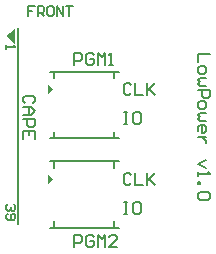
<source format=gbr>
%TF.GenerationSoftware,Altium Limited,Altium Designer,25.5.2 (35)*%
G04 Layer_Color=65535*
%FSLAX45Y45*%
%MOMM*%
%TF.SameCoordinates,263EE719-961F-4448-A72E-CF07F5483F46*%
%TF.FilePolarity,Positive*%
%TF.FileFunction,Legend,Top*%
%TF.Part,Single*%
G01*
G75*
%TA.AperFunction,NonConductor*%
%ADD19C,0.20000*%
%ADD20C,0.15000*%
G36*
X881795Y901838D02*
X838206Y865514D01*
Y938162D01*
X881795Y901838D01*
D02*
G37*
G36*
Y1661838D02*
X838206Y1625514D01*
Y1698162D01*
X881795Y1661838D01*
D02*
G37*
G36*
X482853Y2111789D02*
X560000Y2176080D01*
Y2047500D01*
X482853Y2111789D01*
D02*
G37*
D19*
X1400000Y1760000D02*
Y1805000D01*
X855000Y1812000D02*
X1440000D01*
X895000Y1760000D02*
Y1805000D01*
X855000Y1249000D02*
X1440000D01*
X1400000Y1260000D02*
Y1305000D01*
X895000Y1260000D02*
Y1305000D01*
X1400000Y1000000D02*
Y1045000D01*
X855000Y1052000D02*
X1440000D01*
X895000Y1000000D02*
Y1045000D01*
X855000Y489000D02*
X1440000D01*
X1400000Y500000D02*
Y545000D01*
X895000Y500000D02*
Y545000D01*
X590000Y520000D02*
Y2180000D01*
X1480000Y1467968D02*
X1513322D01*
X1496661D01*
Y1368000D01*
X1480000D01*
X1513322D01*
X1613290Y1467968D02*
X1579968D01*
X1563306Y1451306D01*
Y1384661D01*
X1579968Y1368000D01*
X1613290D01*
X1629951Y1384661D01*
Y1451306D01*
X1613290Y1467968D01*
X1060000Y1868000D02*
Y1967968D01*
X1109984D01*
X1126645Y1951306D01*
Y1917984D01*
X1109984Y1901323D01*
X1060000D01*
X1226613Y1951306D02*
X1209952Y1967968D01*
X1176629D01*
X1159968Y1951306D01*
Y1884661D01*
X1176629Y1868000D01*
X1209952D01*
X1226613Y1884661D01*
Y1917984D01*
X1193290D01*
X1259936Y1868000D02*
Y1967968D01*
X1293258Y1934645D01*
X1326581Y1967968D01*
Y1868000D01*
X1359904D02*
X1393226D01*
X1376565D01*
Y1967968D01*
X1359904Y1951306D01*
X1546645Y1701306D02*
X1529984Y1717968D01*
X1496661D01*
X1480000Y1701306D01*
Y1634661D01*
X1496661Y1618000D01*
X1529984D01*
X1546645Y1634661D01*
X1579968Y1717968D02*
Y1618000D01*
X1646613D01*
X1679935Y1717968D02*
Y1618000D01*
Y1651323D01*
X1746580Y1717968D01*
X1696597Y1667984D01*
X1746580Y1618000D01*
X1546645Y939306D02*
X1529984Y955968D01*
X1496661D01*
X1480000Y939306D01*
Y872661D01*
X1496661Y856000D01*
X1529984D01*
X1546645Y872661D01*
X1579968Y955968D02*
Y856000D01*
X1646613D01*
X1679935Y955968D02*
Y856000D01*
Y889323D01*
X1746580Y955968D01*
X1696597Y905984D01*
X1746580Y856000D01*
X1480000Y705968D02*
X1513322D01*
X1496661D01*
Y606000D01*
X1480000D01*
X1513322D01*
X1613290Y705968D02*
X1579968D01*
X1563306Y689306D01*
Y622661D01*
X1579968Y606000D01*
X1613290D01*
X1629951Y622661D01*
Y689306D01*
X1613290Y705968D01*
X1060000Y330000D02*
Y429968D01*
X1109984D01*
X1126645Y413306D01*
Y379984D01*
X1109984Y363322D01*
X1060000D01*
X1226613Y413306D02*
X1209952Y429968D01*
X1176629D01*
X1159968Y413306D01*
Y346661D01*
X1176629Y330000D01*
X1209952D01*
X1226613Y346661D01*
Y379984D01*
X1193290D01*
X1259936Y330000D02*
Y429968D01*
X1293258Y396645D01*
X1326581Y429968D01*
Y330000D01*
X1426549D02*
X1359904D01*
X1426549Y396645D01*
Y413306D01*
X1409887Y429968D01*
X1376565D01*
X1359904Y413306D01*
X2209968Y1960000D02*
X2110000D01*
Y1893355D01*
Y1843371D02*
Y1810048D01*
X2126661Y1793387D01*
X2159984D01*
X2176645Y1810048D01*
Y1843371D01*
X2159984Y1860032D01*
X2126661D01*
X2110000Y1843371D01*
X2176645Y1760065D02*
X2126661D01*
X2110000Y1743403D01*
X2126661Y1726742D01*
X2110000Y1710081D01*
X2126661Y1693420D01*
X2176645D01*
X2110000Y1660097D02*
X2209968D01*
Y1610113D01*
X2193306Y1593452D01*
X2159984D01*
X2143322Y1610113D01*
Y1660097D01*
X2110000Y1543468D02*
Y1510145D01*
X2126661Y1493484D01*
X2159984D01*
X2176645Y1510145D01*
Y1543468D01*
X2159984Y1560129D01*
X2126661D01*
X2110000Y1543468D01*
X2176645Y1460161D02*
X2126661D01*
X2110000Y1443500D01*
X2126661Y1426839D01*
X2110000Y1410177D01*
X2126661Y1393516D01*
X2176645D01*
X2110000Y1310209D02*
Y1343532D01*
X2126661Y1360193D01*
X2159984D01*
X2176645Y1343532D01*
Y1310209D01*
X2159984Y1293548D01*
X2143322D01*
Y1360193D01*
X2176645Y1260226D02*
X2110000D01*
X2143322D01*
X2159984Y1243564D01*
X2176645Y1226903D01*
Y1210242D01*
Y1060290D02*
X2110000Y1026967D01*
X2176645Y993645D01*
X2110000Y960322D02*
Y927000D01*
Y943661D01*
X2209968D01*
X2193306Y960322D01*
X2110000Y877016D02*
X2126661D01*
Y860354D01*
X2110000D01*
Y877016D01*
X2193306Y793709D02*
X2209968Y777048D01*
Y743725D01*
X2193306Y727064D01*
X2126661D01*
X2110000Y743725D01*
Y777048D01*
X2126661Y793709D01*
X2193306D01*
X713306Y1543355D02*
X729968Y1560016D01*
Y1593338D01*
X713306Y1610000D01*
X646661D01*
X630000Y1593338D01*
Y1560016D01*
X646661Y1543355D01*
X630000Y1510032D02*
X696645D01*
X729968Y1476709D01*
X696645Y1443387D01*
X630000D01*
X679984D01*
Y1510032D01*
X630000Y1410064D02*
X729968D01*
Y1360080D01*
X713306Y1343419D01*
X679984D01*
X663323Y1360080D01*
Y1410064D01*
X729968Y1243451D02*
Y1310096D01*
X630000D01*
Y1243451D01*
X679984Y1310096D02*
Y1276774D01*
D20*
X551644Y690001D02*
X564973Y676672D01*
Y650014D01*
X551644Y636685D01*
X538315D01*
X524986Y650014D01*
Y663343D01*
Y650014D01*
X511657Y636685D01*
X498328D01*
X484999Y650014D01*
Y676672D01*
X498328Y690001D01*
Y610027D02*
X484999Y596698D01*
Y570040D01*
X498328Y556711D01*
X551644D01*
X564973Y570040D01*
Y596698D01*
X551644Y610027D01*
X538315D01*
X524986Y596698D01*
Y556711D01*
X484999Y2035001D02*
Y2008343D01*
Y2021672D01*
X564973D01*
X551644Y2035001D01*
X728316Y2364974D02*
X675000D01*
Y2324987D01*
X701658D01*
X675000D01*
Y2285000D01*
X754974D02*
Y2364974D01*
X794961D01*
X808290Y2351645D01*
Y2324987D01*
X794961Y2311658D01*
X754974D01*
X781632D02*
X808290Y2285000D01*
X874935Y2364974D02*
X848277D01*
X834948Y2351645D01*
Y2298329D01*
X848277Y2285000D01*
X874935D01*
X888264Y2298329D01*
Y2351645D01*
X874935Y2364974D01*
X914922Y2285000D02*
Y2364974D01*
X968238Y2285000D01*
Y2364974D01*
X994896D02*
X1048213D01*
X1021554D01*
Y2285000D01*
%TF.MD5,131799c8c4afd5af3c85a4113d77811b*%
M02*

</source>
